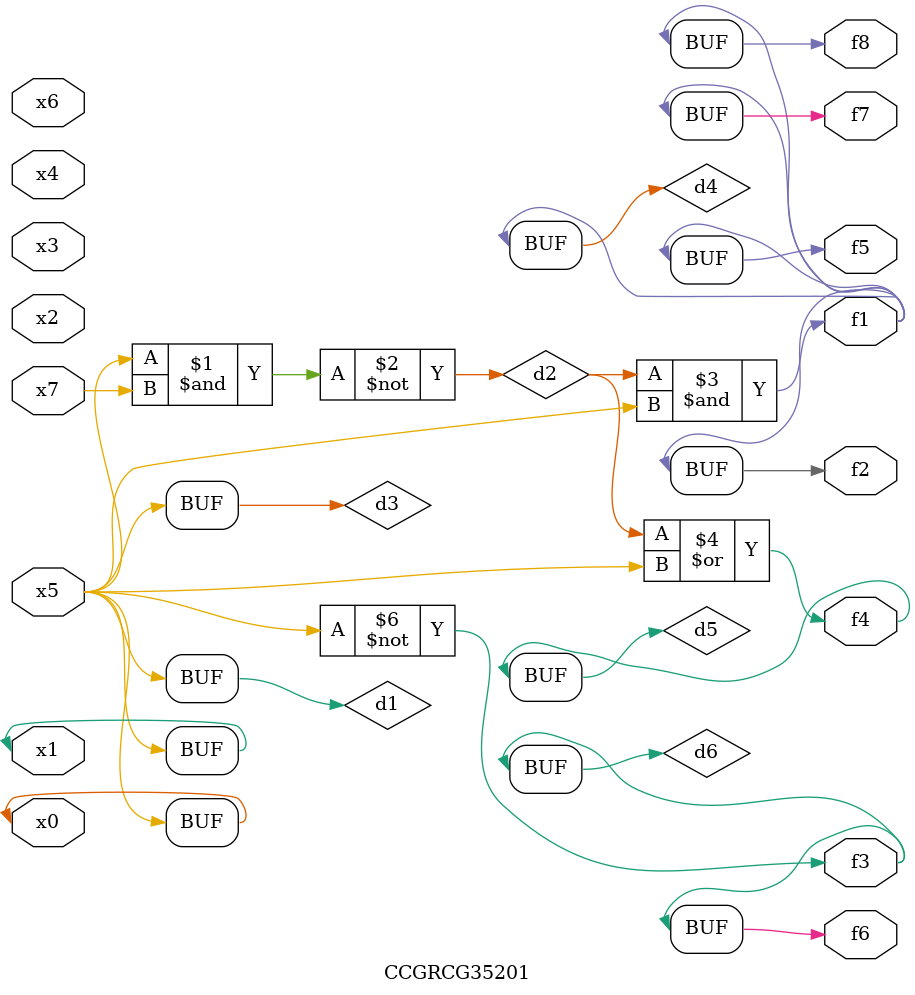
<source format=v>
module CCGRCG35201(
	input x0, x1, x2, x3, x4, x5, x6, x7,
	output f1, f2, f3, f4, f5, f6, f7, f8
);

	wire d1, d2, d3, d4, d5, d6;

	buf (d1, x0, x5);
	nand (d2, x5, x7);
	buf (d3, x0, x1);
	and (d4, d2, d3);
	or (d5, d2, d3);
	nor (d6, d1, d3);
	assign f1 = d4;
	assign f2 = d4;
	assign f3 = d6;
	assign f4 = d5;
	assign f5 = d4;
	assign f6 = d6;
	assign f7 = d4;
	assign f8 = d4;
endmodule

</source>
